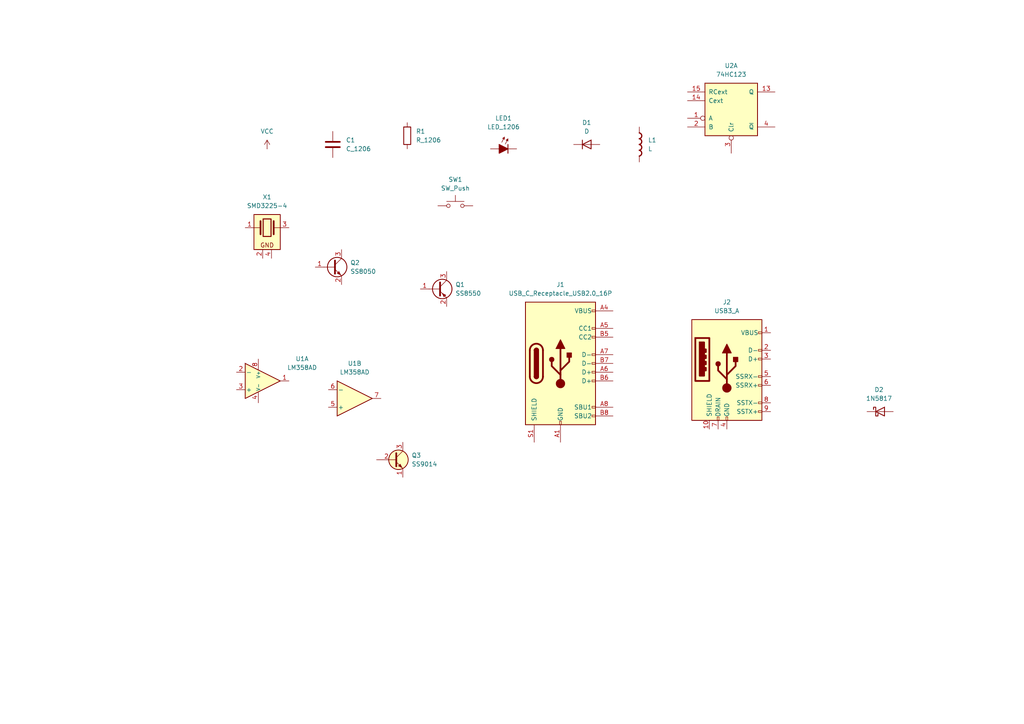
<source format=kicad_sch>
(kicad_sch (version 20250114) (generator "eeschema") (generator_version "9.0")
  (paper "A4")
  (lib_symbols
    (symbol "74xx:74HC123" (pin_names (offset 1.016))
      (property "Reference" "U" (at -7.62 8.89 0))
      (property "Value" "74HC123" (at -7.62 -8.89 0))
      (symbol "74HC123_1_0"
        (pin input line (at -12.7 5.08 0) (length 5.08) (name "RCext") (number "15"))
        (pin input line (at -12.7 2.54 0) (length 5.08) (name "Cext") (number "14"))
        (pin input inverted (at -12.7 -2.54 0) (length 5.08) (name "A") (number "1"))
        (pin input line (at -12.7 -5.08 0) (length 5.08) (name "B") (number "2"))
        (pin input inverted (at 0 -12.7 90) (length 5.08) (name "Clr") (number "3"))
        (pin output line (at 12.7 5.08 180) (length 5.08) (name "Q") (number "13"))
        (pin output line (at 12.7 -5.08 180) (length 5.08) (name "~{Q}") (number "4"))
      )
      (symbol "74HC123_1_1"
        (rectangle (start -7.62 7.62) (end 7.62 -7.62) (stroke (width 0.254)) (fill (type background)))
      )
      (symbol "74HC123_2_0"
        (pin input line (at -12.7 5.08 0) (length 5.08) (name "RCext") (number "7"))
        (pin input line (at -12.7 2.54 0) (length 5.08) (name "Cext") (number "6"))
        (pin input inverted (at -12.7 -2.54 0) (length 5.08) (name "A") (number "9"))
        (pin input line (at -12.7 -5.08 0) (length 5.08) (name "B") (number "10"))
        (pin input inverted (at 0 -12.7 90) (length 5.08) (name "Clr") (number "11"))
        (pin output line (at 12.7 5.08 180) (length 5.08) (name "Q") (number "5"))
        (pin output line (at 12.7 -5.08 180) (length 5.08) (name "~{Q}") (number "12"))
      )
      (symbol "74HC123_2_1"
        (rectangle (start -7.62 7.62) (end 7.62 -7.62) (stroke (width 0.254)) (fill (type background)))
      )
      (symbol "74HC123_3_0"
        (pin power_in line (at 0 12.7 270) (length 5.08) (name "VCC") (number "16"))
        (pin power_in line (at 0 -12.7 90) (length 5.08) (name "GND") (number "8"))
      )
      (symbol "74HC123_3_1"
        (rectangle (start -5.08 7.62) (end 5.08 -7.62) (stroke (width 0.254)) (fill (type background)))
      )
    )
    (symbol "Connector:USB3_A" (pin_names (offset 1.016))
      (property "Reference" "J" (at -10.16 15.24 0))
      (property "Value" "USB3_A" (at 10.16 15.24 0))
      (symbol "USB3_A_0_0"
        (rectangle (start -9.144 8.636) (end -5.08 -3.81) (stroke (width 0.508)))
        (rectangle (start -7.874 7.366) (end -6.604 -2.286) (stroke (width 0.508)) (fill (type outline)))
        (rectangle (start -6.35 5.334) (end -6.096 4.572) (stroke (width 0.508)))
        (rectangle (start -6.35 3.556) (end -6.096 2.794) (stroke (width 0.508)))
        (rectangle (start -6.35 1.778) (end -6.096 1.016) (stroke (width 0.508)))
        (rectangle (start -6.35 0) (end -6.096 -0.762) (stroke (width 0.508)))
        (rectangle (start -2.794 -15.24) (end -2.286 -14.224))
        (rectangle (start -0.254 -15.24) (end 0.254 -14.224))
        (rectangle (start 10.16 10.414) (end 9.144 9.906))
        (rectangle (start 10.16 5.334) (end 9.144 4.826))
        (rectangle (start 10.16 2.794) (end 9.144 2.286))
        (rectangle (start 10.16 -2.286) (end 9.144 -2.794))
        (rectangle (start 10.16 -4.826) (end 9.144 -5.334))
        (rectangle (start 10.16 -9.906) (end 9.144 -10.414))
        (rectangle (start 10.16 -12.446) (end 9.144 -12.954))
      )
      (symbol "USB3_A_0_1"
        (rectangle (start -10.16 13.97) (end 10.16 -15.24) (stroke (width 0.254)) (fill (type background)))
      )
      (symbol "USB3_A_1_1"
        (circle (center -2.54 1.143) (radius 0.635) (stroke (width 0.254)) (fill (type outline)))
        (polyline (pts (xy -1.27 4.318) (xy 0 6.858) (xy 1.27 4.318) (xy -1.27 4.318)) (stroke (width 0.254)) (fill (type outline)))
        (polyline (pts (xy 0 -2.032) (xy 2.54 0.508) (xy 2.54 1.778)) (stroke (width 0.508)))
        (polyline (pts (xy 0 -3.302) (xy -2.54 -0.762) (xy -2.54 0.508)) (stroke (width 0.508)))
        (polyline (pts (xy 0 -5.842) (xy 0 4.318)) (stroke (width 0.508)))
        (circle (center 0 -5.842) (radius 1.27) (fill (type outline)))
        (rectangle (start 1.905 1.778) (end 3.175 3.048) (stroke (width 0.254)) (fill (type outline)))
        (pin passive line (at -5.08 -17.78 90) (length 2.54) (name "SHIELD") (number "10"))
        (pin passive line (at -2.54 -17.78 90) (length 2.54) (name "DRAIN") (number "7"))
        (pin power_in line (at 0 -17.78 90) (length 2.54) (name "GND") (number "4"))
        (pin power_in line (at 12.7 10.16 180) (length 2.54) (name "VBUS") (number "1"))
        (pin bidirectional line (at 12.7 5.08 180) (length 2.54) (name "D-") (number "2"))
        (pin bidirectional line (at 12.7 2.54 180) (length 2.54) (name "D+") (number "3"))
        (pin output line (at 12.7 -2.54 180) (length 2.54) (name "SSRX-") (number "5"))
        (pin output line (at 12.7 -5.08 180) (length 2.54) (name "SSRX+") (number "6"))
        (pin input line (at 12.7 -10.16 180) (length 2.54) (name "SSTX-") (number "8"))
        (pin input line (at 12.7 -12.7 180) (length 2.54) (name "SSTX+") (number "9"))
      )
    )
    (symbol "Connector:USB_C_Receptacle_USB2.0_16P" (pin_names (offset 1.016))
      (property "Reference" "J" (at 0 22.225 0))
      (property "Value" "USB_C_Receptacle_USB2.0_16P" (at 0 19.685 0))
      (symbol "USB_C_Receptacle_USB2.0_16P_0_0"
        (rectangle (start -0.254 -17.78) (end 0.254 -16.764))
        (rectangle (start 10.16 15.494) (end 9.144 14.986))
        (rectangle (start 10.16 10.414) (end 9.144 9.906))
        (rectangle (start 10.16 7.874) (end 9.144 7.366))
        (rectangle (start 10.16 2.794) (end 9.144 2.286))
        (rectangle (start 10.16 0.254) (end 9.144 -0.254))
        (rectangle (start 10.16 -2.286) (end 9.144 -2.794))
        (rectangle (start 10.16 -4.826) (end 9.144 -5.334))
        (rectangle (start 10.16 -12.446) (end 9.144 -12.954))
        (rectangle (start 10.16 -14.986) (end 9.144 -15.494))
      )
      (symbol "USB_C_Receptacle_USB2.0_16P_0_1"
        (rectangle (start -10.16 17.78) (end 10.16 -17.78) (stroke (width 0.254)) (fill (type background)))
        (polyline (pts (xy -8.89 -3.81) (xy -8.89 3.81)) (stroke (width 0.508)))
        (rectangle (start -7.62 -3.81) (end -6.35 3.81) (stroke (width 0.254)) (fill (type outline)))
        (arc (start -7.62 3.81) (mid -6.985 4.4423) (end -6.35 3.81) (stroke (width 0.254)))
        (arc (start -7.62 3.81) (mid -6.985 4.4423) (end -6.35 3.81) (stroke (width 0.254)) (fill (type outline)))
        (arc (start -8.89 3.81) (mid -6.985 5.7067) (end -5.08 3.81) (stroke (width 0.508)))
        (arc (start -5.08 -3.81) (mid -6.985 -5.7067) (end -8.89 -3.81) (stroke (width 0.508)))
        (arc (start -6.35 -3.81) (mid -6.985 -4.4423) (end -7.62 -3.81) (stroke (width 0.254)))
        (arc (start -6.35 -3.81) (mid -6.985 -4.4423) (end -7.62 -3.81) (stroke (width 0.254)) (fill (type outline)))
        (polyline (pts (xy -5.08 3.81) (xy -5.08 -3.81)) (stroke (width 0.508)))
        (circle (center -2.54 1.143) (radius 0.635) (stroke (width 0.254)) (fill (type outline)))
        (polyline (pts (xy -1.27 4.318) (xy 0 6.858) (xy 1.27 4.318) (xy -1.27 4.318)) (stroke (width 0.254)) (fill (type outline)))
        (polyline (pts (xy 0 -2.032) (xy 2.54 0.508) (xy 2.54 1.778)) (stroke (width 0.508)))
        (polyline (pts (xy 0 -3.302) (xy -2.54 -0.762) (xy -2.54 0.508)) (stroke (width 0.508)))
        (polyline (pts (xy 0 -5.842) (xy 0 4.318)) (stroke (width 0.508)))
        (circle (center 0 -5.842) (radius 1.27) (fill (type outline)))
        (rectangle (start 1.905 1.778) (end 3.175 3.048) (stroke (width 0.254)) (fill (type outline)))
      )
      (symbol "USB_C_Receptacle_USB2.0_16P_1_1"
        (pin passive line (at -7.62 -22.86 90) (length 5.08) (name "SHIELD") (number "S1"))
        (pin passive line (at 0 -22.86 90) (length 5.08) (name "GND") (number "A1"))
        (pin passive line (at 0 -22.86 90) (length 5.08) (hide yes) (name "GND") (number "A12"))
        (pin passive line (at 0 -22.86 90) (length 5.08) (hide yes) (name "GND") (number "B1"))
        (pin passive line (at 0 -22.86 90) (length 5.08) (hide yes) (name "GND") (number "B12"))
        (pin passive line (at 15.24 15.24 180) (length 5.08) (name "VBUS") (number "A4"))
        (pin passive line (at 15.24 15.24 180) (length 5.08) (hide yes) (name "VBUS") (number "A9"))
        (pin passive line (at 15.24 15.24 180) (length 5.08) (hide yes) (name "VBUS") (number "B4"))
        (pin passive line (at 15.24 15.24 180) (length 5.08) (hide yes) (name "VBUS") (number "B9"))
        (pin bidirectional line (at 15.24 10.16 180) (length 5.08) (name "CC1") (number "A5"))
        (pin bidirectional line (at 15.24 7.62 180) (length 5.08) (name "CC2") (number "B5"))
        (pin bidirectional line (at 15.24 2.54 180) (length 5.08) (name "D-") (number "A7"))
        (pin bidirectional line (at 15.24 0 180) (length 5.08) (name "D-") (number "B7"))
        (pin bidirectional line (at 15.24 -2.54 180) (length 5.08) (name "D+") (number "A6"))
        (pin bidirectional line (at 15.24 -5.08 180) (length 5.08) (name "D+") (number "B6"))
        (pin bidirectional line (at 15.24 -12.7 180) (length 5.08) (name "SBU1") (number "A8"))
        (pin bidirectional line (at 15.24 -15.24 180) (length 5.08) (name "SBU2") (number "B8"))
      )
    )
    (symbol "Device:D" (pin_numbers (hide yes)) (pin_names (offset 1.016) (hide yes))
      (property "Reference" "D" (at 0 2.54 0))
      (property "Value" "D" (at 0 -2.54 0))
      (symbol "D_0_1"
        (polyline (pts (xy -1.27 1.27) (xy -1.27 -1.27)) (stroke (width 0.254)))
        (polyline (pts (xy 1.27 1.27) (xy 1.27 -1.27) (xy -1.27 0) (xy 1.27 1.27)) (stroke (width 0.254)))
        (polyline (pts (xy 1.27 0) (xy -1.27 0)))
      )
      (symbol "D_1_1"
        (pin passive line (at -3.81 0 0) (length 2.54) (name "K") (number "1"))
        (pin passive line (at 3.81 0 180) (length 2.54) (name "A") (number "2"))
      )
    )
    (symbol "Diode:1N5817" (pin_numbers (hide yes)) (pin_names (offset 1.016) (hide yes))
      (property "Reference" "D" (at 0 2.54 0))
      (property "Value" "1N5817" (at 0 -2.54 0))
      (symbol "1N5817_0_1"
        (polyline (pts (xy -1.905 0.635) (xy -1.905 1.27) (xy -1.27 1.27) (xy -1.27 -1.27) (xy -0.635 -1.27) (xy -0.635 -0.635)) (stroke (width 0.254)))
        (polyline (pts (xy 1.27 1.27) (xy 1.27 -1.27) (xy -1.27 0) (xy 1.27 1.27)) (stroke (width 0.254)))
        (polyline (pts (xy 1.27 0) (xy -1.27 0)))
      )
      (symbol "1N5817_1_1"
        (pin passive line (at -3.81 0 0) (length 2.54) (name "K") (number "1"))
        (pin passive line (at 3.81 0 180) (length 2.54) (name "A") (number "2"))
      )
    )
    (symbol "PCM_Amplifier_Operational_AKL:LM358AD" (pin_names (offset 0.2))
      (property "Reference" "U" (at 1.27 6.35 0))
      (property "Value" "LM358AD" (at 1.27 3.81 0))
      (symbol "LM358AD_0_1"
        (polyline (pts (xy -3.81 5.08) (xy -3.81 -5.08) (xy 6.35 0) (xy -3.81 5.08)) (stroke (width 0.254)) (fill (type background)))
      )
      (symbol "LM358AD_1_1"
        (pin input line (at -6.35 2.54 0) (length 2.54) (name "-") (number "2"))
        (pin input line (at -6.35 -2.54 0) (length 2.54) (name "+") (number "3"))
        (pin power_in line (at 0 6.35 270) (length 3.18) (name "V+") (number "8"))
        (pin power_in line (at 0 -6.35 90) (length 3.18) (name "V-") (number "4"))
        (pin output line (at 8.89 0 180) (length 2.54) (name "~") (number "1"))
      )
      (symbol "LM358AD_2_1"
        (pin input line (at -6.35 2.54 0) (length 2.54) (name "-") (number "6"))
        (pin input line (at -6.35 -2.54 0) (length 2.54) (name "+") (number "5"))
        (pin output line (at 8.89 0 180) (length 2.54) (name "~") (number "7"))
      )
    )
    (symbol "PCM_Capacitor_AKL:C_1206" (pin_numbers (hide yes)) (pin_names (offset 0.254))
      (property "Reference" "C" (at 0.635 2.54 0))
      (property "Value" "C_1206" (at 0.635 -2.54 0))
      (symbol "C_1206_0_1"
        (polyline (pts (xy -2.032 0.762) (xy 2.032 0.762)) (stroke (width 0.508)))
        (polyline (pts (xy -2.032 -0.762) (xy 2.032 -0.762)) (stroke (width 0.508)))
      )
      (symbol "C_1206_0_2"
        (polyline (pts (xy -2.54 -2.54) (xy -0.381 -0.381)))
        (polyline (pts (xy -0.508 -0.508) (xy -1.651 0.635)) (stroke (width 0.508)))
        (polyline (pts (xy -0.508 -0.508) (xy 0.635 -1.651)) (stroke (width 0.508)))
        (polyline (pts (xy 0.381 0.381) (xy 2.54 2.54)))
        (polyline (pts (xy 0.508 0.508) (xy -0.635 1.651)) (stroke (width 0.508)))
        (polyline (pts (xy 0.508 0.508) (xy 1.651 -0.635)) (stroke (width 0.508)))
      )
      (symbol "C_1206_1_1"
        (pin passive line (at 0 3.81 270) (length 2.794) (name "~") (number "1"))
        (pin passive line (at 0 -3.81 90) (length 2.794) (name "~") (number "2"))
      )
      (symbol "C_1206_1_2"
        (pin passive line (at -2.54 -2.54 90) (length 0) (name "~") (number "2"))
        (pin passive line (at 2.54 2.54 270) (length 0) (name "~") (number "1"))
      )
    )
    (symbol "PCM_Crystal_AKL:SMD3225-4" (pin_names (offset 1.016) (hide yes))
      (property "Reference" "X" (at 0 8.89 0))
      (property "Value" "SMD3225-4" (at 0 6.35 0))
      (symbol "SMD3225-4_0_1"
        (rectangle (start -3.81 3.81) (end 3.81 -6.35) (stroke (width 0.254)) (fill (type background)))
        (polyline (pts (xy -3.81 0) (xy -1.905 0)))
        (polyline (pts (xy -1.905 -1.905) (xy -1.905 1.905)) (stroke (width 0.508)))
        (rectangle (start -1.143 2.54) (end 1.143 -2.54) (stroke (width 0.3048)))
        (polyline (pts (xy 1.905 -1.905) (xy 1.905 1.905)) (stroke (width 0.508)))
        (polyline (pts (xy 3.81 0) (xy 1.905 0)))
        (text "GND" (at 0 -5.08 0) (effects (font (size 1.27 1.27))))
      )
      (symbol "SMD3225-4_1_1"
        (pin passive line (at -6.35 0 0) (length 2.54) (name "1") (number "1"))
        (pin passive line (at -1.27 -8.89 90) (length 2.54) (name "2") (number "2"))
        (pin passive line (at 1.27 -8.89 90) (length 2.54) (name "4") (number "4"))
        (pin passive line (at 6.35 0 180) (length 2.54) (name "3") (number "3"))
      )
    )
    (symbol "PCM_Elektuur:L" (pin_numbers (hide yes)) (pin_names (offset 0) (hide yes))
      (property "Reference" "L" (at 2.54 3.175 0))
      (property "Value" "L" (at 2.54 -3.175 0))
      (symbol "L_1_0"
        (arc (start 0 3.302) (mid 0.6604 2.5146) (end 0 1.7272) (stroke (width 0.254)))
        (arc (start 0 1.6256) (mid 0.6604 0.8382) (end 0 0.0508) (stroke (width 0.254)))
        (arc (start 0 -0.0508) (mid 0.6604 -0.8382) (end 0 -1.6256) (stroke (width 0.254)))
        (arc (start 0 -1.7272) (mid 0.6604 -2.5146) (end 0 -3.302) (stroke (width 0.254)))
        (arc (start 0 3.4036) (mid 0.762 2.5146) (end 0 1.6256) (stroke (width 0.254)))
        (arc (start 0 1.7272) (mid 0.762 0.8382) (end 0 -0.0508) (stroke (width 0.254)))
        (arc (start 0 0.0508) (mid 0.762 -0.8382) (end 0 -1.7272) (stroke (width 0.254)))
        (arc (start 0 -1.6256) (mid 0.762 -2.5146) (end 0 -3.4036) (stroke (width 0.254)))
        (polyline (pts (xy 0 3.5052) (xy 0 3.302)) (stroke (width 0.254)))
        (polyline (pts (xy 0 1.7272) (xy 0 1.6256)) (stroke (width 0.254)))
        (polyline (pts (xy 0 0.0508) (xy 0 -0.0508)) (stroke (width 0.254)))
        (polyline (pts (xy 0 -1.6256) (xy 0 -1.7272)) (stroke (width 0.254)))
        (polyline (pts (xy 0 -3.302) (xy 0 -3.5052)) (stroke (width 0.254)))
        (pin passive line (at 0 5.08 270) (length 1.5748) (name "+") (number "1"))
        (pin passive line (at 0 -5.08 90) (length 1.5748) (name "-") (number "2"))
      )
      (symbol "L_1_2"
        (rectangle (start 1.524 3.3782) (end 1.9812 -3.3782) (stroke (width 0.254)) (fill (type outline)))
      )
      (symbol "L_1_3"
        (rectangle (start 1.524 3.0988) (end 1.9812 1.9304) (stroke (width 0.254)) (fill (type outline)))
        (rectangle (start 1.524 1.4224) (end 1.9812 0.254) (stroke (width 0.254)) (fill (type outline)))
        (rectangle (start 1.524 -0.254) (end 1.9812 -1.4224) (stroke (width 0.254)) (fill (type outline)))
        (rectangle (start 1.524 -1.9304) (end 1.9812 -3.0988) (stroke (width 0.254)) (fill (type outline)))
      )
    )
    (symbol "PCM_LED_AKL:LED_1206" (pin_numbers (hide yes)) (pin_names (offset 1.016) (hide yes))
      (property "Reference" "LED" (at 0 7.62 0))
      (property "Value" "LED_1206" (at 0 5.08 0))
      (symbol "LED_1206_0_1"
        (polyline (pts (xy -1.27 1.27) (xy -1.27 -1.27) (xy 1.27 0) (xy -1.27 1.27)) (stroke (width 0.254)) (fill (type outline)))
        (polyline (pts (xy -0.508 1.905) (xy 0.254 3.429)) (stroke (width 0.1524)))
        (polyline (pts (xy 0 2.921) (xy -0.254 3.048)) (stroke (width 0.1524)))
        (polyline (pts (xy 0 2.921) (xy 0.254 2.794)) (stroke (width 0.1524)))
        (polyline (pts (xy 0.254 2.794) (xy -0.254 3.048) (xy 0.254 3.429) (xy 0.254 2.794)) (stroke (width 0.1524)) (fill (type outline)))
        (polyline (pts (xy 0.508 1.397) (xy 1.27 2.921)) (stroke (width 0.1524)))
        (polyline (pts (xy 1.016 2.413) (xy 0.762 2.54)) (stroke (width 0.1524)))
        (polyline (pts (xy 1.016 2.413) (xy 1.27 2.286)) (stroke (width 0.1524)))
        (polyline (pts (xy 1.27 2.286) (xy 0.762 2.54) (xy 1.27 2.921) (xy 1.27 2.286)) (stroke (width 0.1524)) (fill (type outline)))
        (polyline (pts (xy 1.27 1.27) (xy 1.27 -1.27)) (stroke (width 0.254)))
        (polyline (pts (xy 1.27 0) (xy -1.27 0)))
      )
      (symbol "LED_1206_0_2"
        (polyline (pts (xy -2.54 -2.54) (xy 2.54 2.54)))
        (polyline (pts (xy -2.159 2.413) (xy -2.286 1.778) (xy -1.6764 1.9812) (xy -2.159 2.413)) (fill (type outline)))
        (polyline (pts (xy -1.651 0.889) (xy -2.159 2.413)))
        (polyline (pts (xy -1.016 2.794) (xy -1.143 2.159) (xy -0.5334 2.3622) (xy -1.016 2.794)) (fill (type outline)))
        (polyline (pts (xy -0.889 -0.889) (xy -1.778 0) (xy 0.889 0.889) (xy 0 -1.778) (xy -0.889 -0.889)) (stroke (width 0.254)) (fill (type outline)))
        (polyline (pts (xy -0.508 1.27) (xy -1.016 2.794)))
        (polyline (pts (xy 0 1.778) (xy 1.778 0)) (stroke (width 0.254)))
      )
      (symbol "LED_1206_1_1"
        (pin passive line (at -3.81 0 0) (length 2.54) (name "A") (number "2"))
        (pin passive line (at 3.81 0 180) (length 2.54) (name "K") (number "1"))
      )
      (symbol "LED_1206_1_2"
        (pin passive line (at -2.54 -2.54 0) (length 0) (name "A") (number "2"))
        (pin passive line (at 2.54 2.54 180) (length 0) (name "K") (number "1"))
      )
    )
    (symbol "PCM_Resistor_AKL:R_1206" (pin_numbers (hide yes)) (pin_names (offset 0))
      (property "Reference" "R" (at 2.54 1.27 0))
      (property "Value" "R_1206" (at 2.54 -1.27 0))
      (symbol "R_1206_0_1"
        (rectangle (start -1.016 2.54) (end 1.016 -2.54) (stroke (width 0.254)))
      )
      (symbol "R_1206_0_2"
        (polyline (pts (xy -2.54 -2.54) (xy -1.524 -1.524)))
        (polyline (pts (xy 1.524 1.524) (xy 2.54 2.54)))
        (polyline (pts (xy 1.524 1.524) (xy 0.889 2.159) (xy -2.159 -0.889) (xy -0.889 -2.159) (xy 2.159 0.889) (xy 1.524 1.524)) (stroke (width 0.254)))
      )
      (symbol "R_1206_1_1"
        (pin passive line (at 0 3.81 270) (length 1.27) (name "~") (number "1"))
        (pin passive line (at 0 -3.81 90) (length 1.27) (name "~") (number "2"))
      )
      (symbol "R_1206_1_2"
        (pin passive line (at -2.54 -2.54 0) (length 0) (name "") (number "2"))
        (pin passive line (at 2.54 2.54 180) (length 0) (name "") (number "1"))
      )
    )
    (symbol "PCM_Transistor_BJT_AKL:SS9014" (pin_names (hide yes))
      (property "Reference" "Q" (at 5.08 1.27 0))
      (property "Value" "SS9014" (at 5.08 -1.27 0))
      (symbol "SS9014_0_1"
        (polyline (pts (xy 0.635 1.905) (xy 0.635 -1.905) (xy 0.635 -1.905)) (stroke (width 0.508)))
        (polyline (pts (xy 0.635 0.635) (xy 2.54 2.54)))
        (polyline (pts (xy 0.635 -0.635) (xy 2.54 -2.54) (xy 2.54 -2.54)))
        (circle (center 1.27 0) (radius 2.8194) (stroke (width 0.254)) (fill (type background)))
        (polyline (pts (xy 1.27 -1.778) (xy 1.778 -1.27) (xy 2.286 -2.286) (xy 1.27 -1.778) (xy 1.27 -1.778)) (fill (type outline)))
      )
      (symbol "SS9014_1_1"
        (pin passive line (at -5.08 0 0) (length 5.715) (name "B") (number "2"))
        (pin passive line (at 2.54 5.08 270) (length 2.54) (name "C") (number "3"))
        (pin passive line (at 2.54 -5.08 90) (length 2.54) (name "E") (number "1"))
      )
    )
    (symbol "Switch:SW_Push" (pin_numbers (hide yes)) (pin_names (offset 1.016) (hide yes))
      (property "Reference" "SW" (at 1.27 2.54 0))
      (property "Value" "SW_Push" (at 0 -1.524 0))
      (symbol "SW_Push_0_1"
        (circle (center -2.032 0) (radius 0.508))
        (polyline (pts (xy 0 1.27) (xy 0 3.048)))
        (circle (center 2.032 0) (radius 0.508))
        (polyline (pts (xy 2.54 1.27) (xy -2.54 1.27)))
        (pin passive line (at -5.08 0 0) (length 2.54) (name "1") (number "1"))
        (pin passive line (at 5.08 0 180) (length 2.54) (name "2") (number "2"))
      )
    )
    (symbol "Transistor_BJT:SS8050" (pin_names (offset 0) (hide yes))
      (property "Reference" "Q" (at 5.08 1.905 0))
      (property "Value" "SS8050" (at 5.08 0 0))
      (symbol "SS8050_0_1"
        (polyline (pts (xy -2.54 0) (xy 0.635 0)))
        (polyline (pts (xy 0.635 1.905) (xy 0.635 -1.905)) (stroke (width 0.508)))
        (circle (center 1.27 0) (radius 2.8194) (stroke (width 0.254)))
      )
      (symbol "SS8050_1_1"
        (polyline (pts (xy 0.635 0.635) (xy 2.54 2.54)))
        (polyline (pts (xy 0.635 -0.635) (xy 2.54 -2.54)))
        (polyline (pts (xy 1.27 -1.778) (xy 1.778 -1.27) (xy 2.286 -2.286) (xy 1.27 -1.778)) (fill (type outline)))
        (pin input line (at -5.08 0 0) (length 2.54) (name "B") (number "1"))
        (pin passive line (at 2.54 5.08 270) (length 2.54) (name "C") (number "3"))
        (pin passive line (at 2.54 -5.08 90) (length 2.54) (name "E") (number "2"))
      )
    )
    (symbol "Transistor_BJT:SS8550" (pin_names (offset 0) (hide yes))
      (property "Reference" "Q" (at 5.08 1.905 0))
      (property "Value" "SS8550" (at 5.08 0 0))
      (symbol "SS8550_0_1"
        (polyline (pts (xy -2.54 0) (xy 0.635 0)))
        (polyline (pts (xy 0.635 1.905) (xy 0.635 -1.905)) (stroke (width 0.508)))
        (polyline (pts (xy 0.635 0.635) (xy 2.54 2.54)))
        (polyline (pts (xy 0.635 -0.635) (xy 2.54 -2.54)))
        (circle (center 1.27 0) (radius 2.8194) (stroke (width 0.254)))
        (polyline (pts (xy 2.286 -1.778) (xy 1.778 -2.286) (xy 1.27 -1.27) (xy 2.286 -1.778)) (fill (type outline)))
      )
      (symbol "SS8550_1_1"
        (pin input line (at -5.08 0 0) (length 2.54) (name "B") (number "1"))
        (pin passive line (at 2.54 5.08 270) (length 2.54) (name "C") (number "3"))
        (pin passive line (at 2.54 -5.08 90) (length 2.54) (name "E") (number "2"))
      )
    )
    (symbol "power:VCC" (power) (pin_numbers (hide yes)) (pin_names (offset 0) (hide yes))
      (property "Value" "VCC" (at 0 3.556 0))
      (symbol "VCC_0_1"
        (polyline (pts (xy -0.762 1.27) (xy 0 2.54)))
        (polyline (pts (xy 0 2.54) (xy 0.762 1.27)))
        (polyline (pts (xy 0 0) (xy 0 2.54)))
      )
      (symbol "VCC_1_1"
        (pin power_in line (at 0 0 90) (length 0) (name "~") (number "1"))
      )
    )
  )
  (symbol (lib_id "PCM_Amplifier_Operational_AKL:LM358AD") (at 101.6 115.57 0) (unit 2)
    (property "Reference" "U1" (at 102.87 105.41 0))
    (property "Value" "LM358AD" (at 102.87 107.95 0))
    (property "Footprint" "PCM_Package_SO_AKL:SO-8_3.9x4.9mm_P1.27mm" (effects (hide yes)))
    (property "Datasheet" "https://pl.mouser.com/datasheet/2/389/lm158-954927.pdf" (effects (hide yes)))
    (property "Description" "SO-8 Dual Operational Amplifier, 3mV Offset, 15μV/°C Drift, 1.1MHz GBW, Alternate KiCAD Library" (effects (hide yes)))
  )
  (symbol (lib_id "Connector:USB3_A") (at 210.82 106.68 0) (unit 1)
    (property "Reference" "J2" (at 210.82 87.63 0))
    (property "Value" "USB3_A" (at 210.82 90.17 0))
    (property "Description" "USB 3.0 A connector" (effects (hide yes)))
  )
  (symbol (lib_id "Transistor_BJT:SS8050") (at 96.52 77.47 0) (unit 1)
    (property "Reference" "Q2" (at 101.6 76.1999 0) (effects (justify left)))
    (property "Value" "SS8050" (at 101.6 78.7399 0) (effects (justify left)))
    (property "Footprint" "Package_TO_SOT_SMD:SOT-23" (effects (hide yes)))
    (property "Datasheet" "http://www.secosgmbh.com/datasheet/products/SSMPTransistor/SOT-23/SS8050.pdf" (effects (hide yes)))
    (property "Description" "General Purpose NPN Transistor, 1.5A Ic, 25V Vce, SOT-23" (effects (hide yes)))
  )
  (symbol (lib_id "PCM_Transistor_BJT_AKL:SS9014") (at 114.3 133.35 0) (unit 1)
    (property "Reference" "Q3" (at 119.38 132.0799 0) (effects (justify left)))
    (property "Value" "SS9014" (at 119.38 134.6199 0) (effects (justify left)))
    (property "Footprint" "PCM_Package_TO_SOT_THT_AKL:TO-92_Inline_Wide_EBC" (effects (hide yes)))
    (property "Datasheet" "https://www.mouser.com/datasheet/2/149/SS9014-890169.pdf" (effects (hide yes)))
    (property "Description" "NPN TO-92 low noise transistor, 45V, 100mA, 450mW, Complementary to SS9015, Alternate KiCAD Library" (effects (hide yes)))
  )
  (symbol (lib_id "PCM_Capacitor_AKL:C_1206") (at 96.52 41.91 0) (unit 1)
    (property "Reference" "C1" (at 100.33 40.6399 0) (effects (justify left)))
    (property "Value" "C_1206" (at 100.33 43.1799 0) (effects (justify left)))
    (property "Footprint" "PCM_Capacitor_SMD_AKL:C_1206_3216Metric" (effects (hide yes)))
    (property "Description" "SMD 1206 MLCC capacitor, Alternate KiCad Library" (effects (hide yes)))
  )
  (symbol (lib_id "PCM_Resistor_AKL:R_1206") (at 118.11 39.37 0) (unit 1)
    (property "Reference" "R1" (at 120.65 38.0999 0) (effects (justify left)))
    (property "Value" "R_1206" (at 120.65 40.6399 0) (effects (justify left)))
    (property "Footprint" "PCM_Resistor_SMD_AKL:R_1206_3216Metric" (effects (hide yes)))
    (property "Description" "SMD 1206 Chip Resistor, European Symbol, Alternate KiCad Library" (effects (hide yes)))
  )
  (symbol (lib_id "Device:D") (at 170.18 41.91 0) (unit 1)
    (property "Reference" "D1" (at 170.18 35.56 0))
    (property "Value" "D" (at 170.18 38.1 0))
    (property "Description" "Diode" (effects (hide yes)))
    (property "Sim.Device" "D" (effects (hide yes)))
    (property "Sim.Pins" "1=K 2=A" (effects (hide yes)))
  )
  (symbol (lib_id "PCM_LED_AKL:LED_1206") (at 146.05 43.18 0) (unit 1)
    (property "Reference" "LED1" (at 146.05 34.29 0))
    (property "Value" "LED_1206" (at 146.05 36.83 0))
    (property "Footprint" "PCM_LED_SMD_AKL:LED_1206_3216Metric" (effects (hide yes)))
    (property "Description" "SMD LED, 1206, Alternate KiCad Library" (effects (hide yes)))
  )
  (symbol (lib_id "PCM_Crystal_AKL:SMD3225-4") (at 77.47 66.04 0) (unit 1)
    (property "Reference" "X1" (at 77.47 57.15 0))
    (property "Value" "SMD3225-4" (at 77.47 59.69 0))
    (property "Footprint" "PCM_Crystal_AKL:Crystal_SMD_3225-4Pin_3.2x2.5mm" (effects (hide yes)))
    (property "Description" "SMD Quartz crystal, 4 terminals, 3.2mm x 2.5mm, Alternate KiCad Library" (effects (hide yes)))
  )
  (symbol (lib_id "power:VCC") (at 77.47 43.18 0) (unit 1)
    (property "Reference" "#PWR01" (effects (hide yes)))
    (property "Value" "VCC" (at 77.47 38.1 0))
    (property "Description" "Power symbol creates a global label with name \"VCC\"" (effects (hide yes)))
  )
  (symbol (lib_id "PCM_Elektuur:L") (at 185.42 41.91 0) (unit 1)
    (property "Reference" "L1" (at 187.96 40.6399 0) (effects (justify left)))
    (property "Value" "L" (at 187.96 43.1799 0) (effects (justify left)))
    (property "Description" "coil/winding/inductor/choke/reactor" (effects (hide yes)))
    (property "Indicator" "●" (effects (hide yes)))
    (property "Rating" "A" (effects (hide yes)))
  )
  (symbol (lib_id "Connector:USB_C_Receptacle_USB2.0_16P") (at 162.56 105.41 0) (unit 1)
    (property "Reference" "J1" (at 162.56 82.55 0))
    (property "Value" "USB_C_Receptacle_USB2.0_16P" (at 162.56 85.09 0))
    (property "Datasheet" "https://www.usb.org/sites/default/files/documents/usb_type-c.zip" (effects (hide yes)))
    (property "Description" "USB 2.0-only 16P Type-C Receptacle connector" (effects (hide yes)))
  )
  (symbol (lib_id "Transistor_BJT:SS8550") (at 127 83.82 0) (unit 1)
    (property "Reference" "Q1" (at 132.08 82.5499 0) (effects (justify left)))
    (property "Value" "SS8550" (at 132.08 85.0899 0) (effects (justify left)))
    (property "Footprint" "Package_TO_SOT_SMD:SOT-23" (effects (hide yes)))
    (property "Datasheet" "http://www.secosgmbh.com/datasheet/products/SSMPTransistor/SOT-23/SS8550.pdf" (effects (hide yes)))
    (property "Description" "General Purpose PNP Transistor, 1.5A Ic, 25V Vce, SOT-23" (effects (hide yes)))
  )
  (symbol (lib_id "PCM_Amplifier_Operational_AKL:LM358AD") (at 74.93 110.49 0) (unit 1)
    (property "Reference" "U1" (at 87.63 104.0698 0))
    (property "Value" "LM358AD" (at 87.63 106.6098 0))
    (property "Footprint" "PCM_Package_SO_AKL:SO-8_3.9x4.9mm_P1.27mm" (effects (hide yes)))
    (property "Datasheet" "https://pl.mouser.com/datasheet/2/389/lm158-954927.pdf" (effects (hide yes)))
    (property "Description" "SO-8 Dual Operational Amplifier, 3mV Offset, 15μV/°C Drift, 1.1MHz GBW, Alternate KiCAD Library" (effects (hide yes)))
  )
  (symbol (lib_id "74xx:74HC123") (at 212.09 31.75 0) (unit 1)
    (property "Reference" "U2" (at 212.09 19.05 0))
    (property "Value" "74HC123" (at 212.09 21.59 0))
    (property "Datasheet" "https://assets.nexperia.com/documents/data-sheet/74HC_HCT123.pdf" (effects (hide yes)))
    (property "Description" "Dual retriggerable monostable multivibrator" (effects (hide yes)))
  )
  (symbol (lib_id "Diode:1N5817") (at 255.27 119.38 0) (unit 1)
    (property "Reference" "D2" (at 254.9525 113.03 0))
    (property "Value" "1N5817" (at 254.9525 115.57 0))
    (property "Footprint" "Diode_THT:D_DO-41_SOD81_P10.16mm_Horizontal" (effects (hide yes)))
    (property "Datasheet" "http://www.vishay.com/docs/88525/1n5817.pdf" (effects (hide yes)))
    (property "Description" "20V 1A Schottky Barrier Rectifier Diode, DO-41" (effects (hide yes)))
  )
  (symbol (lib_id "Switch:SW_Push") (at 132.08 59.69 0) (unit 1)
    (property "Reference" "SW1" (at 132.08 52.07 0))
    (property "Value" "SW_Push" (at 132.08 54.61 0))
    (property "Description" "Push button switch, generic, two pins" (effects (hide yes)))
  )
)
</source>
